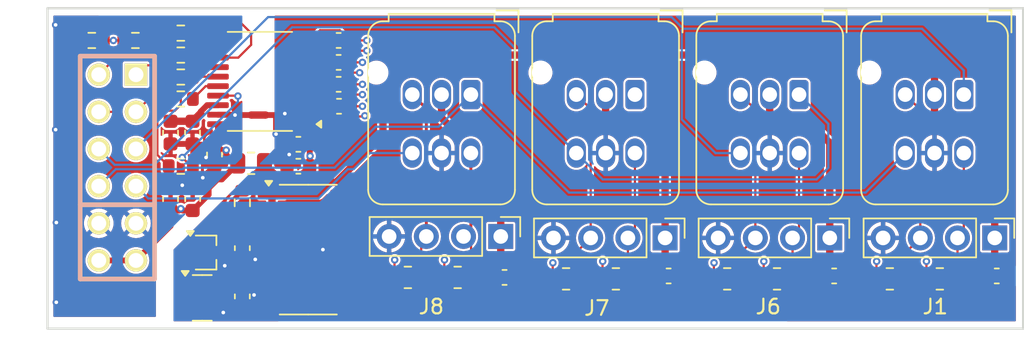
<source format=kicad_pcb>
(kicad_pcb (version 20240108) (generator "pcbnew") (generator_version "8.0")
  (title_block (comment 4 "AISLER Project ID: SOAKOEIL"))
  (layers (0 "F.Cu" signal) (1 "In1.Cu" signal) (2 "In2.Cu" signal) (31 "B.Cu" signal) (34 "B.Paste" user) (35 "F.Paste" user) (36 "B.SilkS" user "B.Silkscreen") (37 "F.SilkS" user "F.Silkscreen") (38 "B.Mask" user) (39 "F.Mask" user) (44 "Edge.Cuts" user))
  (net 0 "")
  (net 1 "GND")
  (net 2 "GNDA")
  (net 3 "+3V3")
  (net 4 "Net-(U1-CAP)")
  (net 5 "+3.3VA")
  (net 6 "Net-(U1-AIN0P)")
  (net 7 "Net-(U1-AIN0N)")
  (net 8 "Net-(U1-AIN1N)")
  (net 9 "Net-(U1-AIN1P)")
  (net 10 "Net-(U1-AIN2P)")
  (net 11 "Net-(U1-AIN2N)")
  (net 12 "Net-(U1-AIN3N)")
  (net 13 "Net-(U1-AIN3P)")
  (net 14 "/VREF")
  (net 15 "/VREF_0")
  (net 16 "/VREF_1")
  (net 17 "/VREF_2")
  (net 18 "/VREF_3")
  (net 19 "/AN0_N")
  (net 20 "/AN0_P")
  (net 21 "/AN1_N")
  (net 22 "/AN1_P")
  (net 23 "/AN2_N")
  (net 24 "/AN2_P")
  (net 25 "/AN3_N")
  (net 26 "/AN3_P")
  (net 27 "/IO_3")
  (net 28 "/IO_0")
  (net 29 "/IO_1")
  (net 30 "/IO_2")
  (net 31 "/MISO")
  (net 32 "/CS")
  (net 33 "/MOSI")
  (net 34 "/CLK")
  (net 35 "Net-(U1-~{CS})")
  (net 36 "Net-(U1-SCLK)")
  (net 37 "Net-(U1-DIN)")
  (net 38 "Net-(U1-DOUT)")
  (net 39 "Net-(U1-~{SYNC}{slash}~{RESET})")
  (net 40 "Net-(U1-CLKIN)")
  (net 41 "Net-(U1-~{DRDY})")
  (footprint "Connector_JST:JST_JWPF_B06B-JWPF-SK-R_2x03_P2.00mm_Vertical" (layer "F.Cu") (at 100.1 54.7 -90)
    (property "Reference" "J4" (hide yes))
    (property "Value" "Conn_02x03_Counter_Clockwise" (hide yes))
  )
  (footprint "Capacitor_SMD:C_0603_1608Metric" (layer "F.Cu") (at 79.875 51)
    (property "Reference" "C11" (hide yes))
    (property "Value" "100n" (hide yes))
  )
  (footprint "Capacitor_SMD:C_0603_1608Metric" (layer "F.Cu") (at 79.875 54)
    (property "Reference" "C9" (hide yes))
    (property "Value" "100n" (hide yes))
  )
  (footprint "Capacitor_SMD:C_0603_1608Metric" (layer "F.Cu") (at 68.4 57.3 90)
    (property "Reference" "C1" (hide yes))
    (property "Value" "100n" (hide yes))
  )
  (footprint "Package_SO:TSSOP-20_4.4x6.5mm_P0.65mm" (layer "F.Cu") (at 74.5 53.8 180)
    (property "Reference" "U1" (hide yes))
    (property "Value" "ADS131M04IPWR")
  )
  (footprint "Capacitor_SMD:C_0603_1608Metric" (layer "F.Cu") (at 113.7 67.1)
    (property "Reference" "C15" (hide yes))
    (property "Value" "100n" (hide yes))
  )
  (footprint "Capacitor_SMD:C_0603_1608Metric" (layer "F.Cu") (at 79.875 52.5 180)
    (property "Reference" "C10" (hide yes))
    (property "Value" "100n" (hide yes))
  )
  (footprint "Package_SO:SOIC-14_3.9x8.7mm_P1.27mm" (layer "F.Cu") (at 77.8 65.3)
    (property "Reference" "U2" (hide yes))
    (property "Value" "LM324")
  )
  (footprint "Resistor_SMD:R_0603_1608Metric" (layer "F.Cu") (at 63.025 51 180)
    (property "Reference" "R12" (hide yes))
    (property "Value" "9.1k" (hide yes))
  )
  (footprint "Resistor_SMD:R_0805_2012Metric" (layer "F.Cu") (at 98.8 67.3)
    (property "Reference" "FB7" (hide yes))
    (property "Value" "100@100M" (hide yes))
  )
  (footprint "Capacitor_SMD:C_0603_1608Metric" (layer "F.Cu") (at 77.125 59.6)
    (property "Reference" "C7" (hide yes))
    (property "Value" "100n" (hide yes))
  )
  (footprint "Capacitor_SMD:C_0603_1608Metric" (layer "F.Cu") (at 71.4 58.8 90)
    (property "Reference" "C4" (hide yes))
    (property "Value" "4.7u" (hide yes))
  )
  (footprint "Resistor_SMD:R_0805_2012Metric" (layer "F.Cu") (at 109.8 67.3)
    (property "Reference" "FB5" (hide yes))
    (property "Value" "100@100M" (hide yes))
  )
  (footprint "Resistor_SMD:R_0603_1608Metric" (layer "F.Cu") (at 69.1 59.6)
    (property "Reference" "R11" (hide yes))
    (property "Value" "0" (hide yes))
  )
  (footprint "Connector_PinHeader_2.54mm:PinHeader_1x04_P2.54mm_Vertical" (layer "F.Cu") (at 90.94 64.4 -90)
    (property "Reference" "J8")
    (property "Value" "Conn_01x03")
  )
  (footprint "NetTie:NetTie-2_SMD_Pad0.5mm" (layer "F.Cu") (at 74.4 56.1)
    (property "Reference" "NT1" (hide yes))
    (property "Value" "NetTie_2" (hide yes))
  )
  (footprint "Package_TO_SOT_SMD:SOT-323_SC-70" (layer "F.Cu") (at 70.8 65.5)
    (property "Reference" "U4" (hide yes))
    (property "Value" "LM4040DBZ-2.5" (hide yes))
  )
  (footprint "Resistor_SMD:R_0603_1608Metric" (layer "F.Cu") (at 69.1 50.5 180)
    (property "Reference" "R6" (hide yes))
    (property "Value" "10" (hide yes))
  )
  (footprint "Resistor_SMD:R_0805_2012Metric" (layer "F.Cu") (at 120.9125 67.3)
    (property "Reference" "FB3" (hide yes))
    (property "Value" "100@100M" (hide yes))
  )
  (footprint "Capacitor_SMD:C_0603_1608Metric" (layer "F.Cu") (at 124.8 67.1)
    (property "Reference" "C14" (hide yes))
    (property "Value" "100n" (hide yes))
  )
  (footprint "Resistor_SMD:R_0805_2012Metric" (layer "F.Cu") (at 106.4 67.3)
    (property "Reference" "FB4" (hide yes))
    (property "Value" "100@100M" (hide yes))
  )
  (footprint "Capacitor_SMD:C_0603_1608Metric" (layer "F.Cu") (at 69.91 61.85 -90)
    (property "Reference" "C5" (hide yes))
    (property "Value" "4.7u" (hide yes))
  )
  (footprint "Capacitor_SMD:C_0603_1608Metric" (layer "F.Cu") (at 73.3 65.2 90)
    (property "Reference" "C12" (hide yes))
    (property "Value" "100n" (hide yes))
  )
  (footprint "Capacitor_SMD:C_0603_1608Metric" (layer "F.Cu") (at 102.4 67.1)
    (property "Reference" "C16" (hide yes))
    (property "Value" "100n" (hide yes))
  )
  (footprint "Connector_JST:JST_JWPF_B06B-JWPF-SK-R_2x03_P2.00mm_Vertical" (layer "F.Cu") (at 88.9 54.7 -90)
    (property "Reference" "J5" (hide yes))
    (property "Value" "Conn_02x03_Counter_Clockwise" (hide yes))
  )
  (footprint "Package_TO_SOT_SMD:SOT-23" (layer "F.Cu") (at 70.5625 68.6)
    (property "Reference" "U3" (hide yes))
    (property "Value" "TL431DBZ" (hide yes))
  )
  (footprint "Connector_PinHeader_2.54mm:PinHeader_1x04_P2.54mm_Vertical" (layer "F.Cu") (at 102.16 64.5 -90)
    (property "Reference" "J7")
    (property "Value" "Conn_01x03")
  )
  (footprint "Resistor_SMD:R_0805_2012Metric" (layer "F.Cu") (at 95.4 67.3)
    (property "Reference" "FB6" (hide yes))
    (property "Value" "100@100M" (hide yes))
  )
  (footprint "Resistor_SMD:R_0603_1608Metric" (layer "F.Cu") (at 69.1 55 180)
    (property "Reference" "R8" (hide yes))
    (property "Value" "10" (hide yes))
  )
  (footprint "Capacitor_SMD:C_0603_1608Metric" (layer "F.Cu") (at 91.2 67.2)
    (property "Reference" "C17" (hide yes))
    (property "Value" "100n" (hide yes))
  )
  (footprint "Resistor_SMD:R_0603_1608Metric" (layer "F.Cu") (at 69.1 53.5 180)
    (property "Reference" "R9" (hide yes))
    (property "Value" "10" (hide yes))
  )
  (footprint "Resistor_SMD:R_0805_2012Metric" (layer "F.Cu") (at 84.6 67.2)
    (property "Reference" "FB8" (hide yes))
    (property "Value" "100@100M" (hide yes))
  )
  (footprint "Resistor_SMD:R_0603_1608Metric" (layer "F.Cu") (at 69.1 52 180)
    (property "Reference" "R7" (hide yes))
    (property "Value" "10" (hide yes))
  )
  (footprint "Capacitor_SMD:C_0603_1608Metric" (layer "F.Cu") (at 77.125 58.1)
    (property "Reference" "C2" (hide yes))
    (property "Value" "4.7u" (hide yes))
  )
  (footprint "Capacitor_SMD:C_0603_1608Metric" (layer "F.Cu") (at 68.4 61.85 -90)
    (property "Reference" "C6" (hide yes))
    (property "Value" "100n" (hide yes))
  )
  (footprint "Capacitor_SMD:C_0603_1608Metric" (layer "F.Cu") (at 79.9 55.5 180)
    (property "Reference" "C8" (hide yes))
    (property "Value" "100n" (hide yes))
  )
  (footprint "Capacitor_SMD:C_0603_1608Metric" (layer "F.Cu") (at 73.3 68.5 90)
    (property "Reference" "C13" (hide yes))
    (property "Value" "100n" (hide yes))
  )
  (footprint "Resistor_SMD:R_0603_1608Metric" (layer "F.Cu") (at 66 51)
    (property "Reference" "R10" (hide yes))
    (property "Value" "2.4k" (hide yes))
  )
  (footprint "Connector_PinHeader_2.54mm:PinHeader_1x04_P2.54mm_Vertical" (layer "F.Cu") (at 124.66 64.5 -90)
    (property "Reference" "J1")
    (property "Value" "Conn_01x03" (hide yes))
  )
  (footprint "Connector_PinHeader_2.54mm:PinHeader_1x04_P2.54mm_Vertical" (layer "F.Cu") (at 113.4 64.5 -90)
    (property "Reference" "J6")
    (property "Value" "Conn_01x03")
  )
  (footprint "Resistor_SMD:R_0805_2012Metric" (layer "F.Cu") (at 117.5 67.3)
    (property "Reference" "FB2" (hide yes))
    (property "Value" "100@100M" (hide yes))
  )
  (footprint "Resistor_SMD:R_0805_2012Metric" (layer "F.Cu") (at 73.9 59.4)
    (property "Reference" "FB1" (hide yes))
    (property "Value" "100@100M" (hide yes))
  )
  (footprint "Connector_JST:JST_JWPF_B06B-JWPF-SK-R_2x03_P2.00mm_Vertical" (layer "F.Cu") (at 111.3 54.7 -90)
    (property "Reference" "J3" (hide yes))
    (property "Value" "Conn_02x03_Counter_Clockwise" (hide yes))
  )
  (footprint "Resistor_SMD:R_0805_2012Metric" (layer "F.Cu") (at 88 67.2)
    (property "Reference" "FB9" (hide yes))
    (property "Value" "100@100M" (hide yes))
  )
  (footprint "Connector_JST:JST_JWPF_B06B-JWPF-SK-R_2x03_P2.00mm_Vertical" (layer "F.Cu") (at 122.55 54.7 -90)
    (property "Reference" "J2" (hide yes))
    (property "Value" "Conn_02x03_Counter_Clockwise" (hide yes))
  )
  (footprint "Resistor_SMD:R_0603_1608Metric" (layer "F.Cu") (at 73.3 62.1 90)
    (property "Reference" "R13" (hide yes))
    (property "Value" "2.4k" (hide yes))
  )
  (footprint "pmod-conn_6x2:pmod_pin_array_6x2" (layer "F.Cu") (at 64.77 59.69)
    (property "Reference" "PMOD1" (hide yes))
    (property "Value" "PMOD-Device-x2-Type-1A-GPIO" (hide yes))
  )
  (footprint "Capacitor_SMD:C_0603_1608Metric" (layer "F.Cu") (at 69.9 57.3 90)
    (property "Reference" "C3" (hide yes))
    (property "Value" "100n" (hide yes))
  )
  (gr_line (start 60 48.8) (end 126.6 48.8) (stroke (width 0.15)) (layer "Edge.Cuts"))
  (gr_line (start 60 70.7) (end 126.6 70.7) (stroke (width 0.15)) (layer "Edge.Cuts"))
  (gr_line (start 60 48.8) (end 60 70.7) (stroke (width 0.15)) (layer "Edge.Cuts"))
  (gr_line (start 126.6 70.7) (end 126.6 48.8) (stroke (width 0.15)) (layer "Edge.Cuts"))
  (segment (start 70.825 59) (end 71.4 59.575) (width 0.4) (layer "F.Cu") (net 1))
  (segment (start 69.025 61.075) (end 69.2 60.9) (width 0.4) (layer "F.Cu") (net 1))
  (segment (start 72.8 56.1) (end 73.9 56.1) (width 0.4) (layer "F.Cu") (net 1))
  (segment (start 70.6 60.385) (end 71.4 59.585) (width 0.4) (layer "F.Cu") (net 1))
  (segment (start 70.5 58.675) (end 69.9 58.075) (width 0.4) (layer "F.Cu") (net 1))
  (segment (start 71.4 59.585) (end 71.4 59.575) (width 0.4) (layer "F.Cu") (net 1))
  (segment (start 70.825 59) (end 70.5 58.675) (width 0.4) (layer "F.Cu") (net 1))
  (segment (start 71.6375 56.075) (end 72.775 56.075) (width 0.4) (layer "F.Cu") (net 1))
  (segment (start 72.8 56.1) (end 72.825 56.075) (width 0.4) (layer "F.Cu") (net 1))
  (segment (start 68.4 61.075) (end 69.025 61.075) (width 0.4) (layer "F.Cu") (net 1))
  (segment (start 68.4 58.075) (end 69.9 58.075) (width 0.4) (layer "F.Cu") (net 1))
  (segment (start 72.775 56.075) (end 72.8 56.1) (width 0.4) (layer "F.Cu") (net 1))
  (segment (start 69.375 61.075) (end 69.91 61.075) (width 0.4) (layer "F.Cu") (net 1))
  (segment (start 70.6 60.385) (end 69.91 61.075) (width 0.4) (layer "F.Cu") (net 1))
  (segment (start 69.2 60.9) (end 69.375 61.075) (width 0.4) (layer "F.Cu") (net 1))
  (via (at 60.5536 57.0992) (size 0.5) (drill 0.25) (layers "F.Cu" "B.Cu") (net 1))
  (via (at 60.6 68.9) (size 0.5) (drill 0.25) (layers "F.Cu" "B.Cu") (net 1))
  (via (at 60.6044 63.4492) (size 0.5) (drill 0.25) (layers "F.Cu" "B.Cu") (net 1))
  (via (at 72.8 56.1) (size 0.5) (drill 0.25) (layers "F.Cu" "B.Cu") (net 1))
  (via (at 70.6 60.385) (size 0.5) (drill 0.25) (layers "F.Cu" "B.Cu") (net 1))
  (via (at 70.825 59) (size 0.5) (drill 0.25) (layers "F.Cu" "B.Cu") (net 1))
  (via (at 69.2 60.9) (size 0.5) (drill 0.25) (layers "F.Cu" "B.Cu") (net 1))
  (via (at 60.5536 49.9364) (size 0.5) (drill 0.25) (layers "F.Cu" "B.Cu") (net 1))
  (segment (start 76.35 58.95) (end 76.5 58.8) (width 0.4) (layer "F.Cu") (net 2))
  (segment (start 76.2 56) (end 76.125 56.075) (width 0.4) (layer "F.Cu") (net 2))
  (segment (start 75.6 57.35) (end 75.6 57.35) (width 0.4) (layer "F.Cu") (net 2))
  (segment (start 75.6 56.1) (end 75.6 57.35) (width 0.4) (layer "F.Cu") (net 2))
  (segment (start 75.6 57.35) (end 75.6 57.4) (width 0.4) (layer "F.Cu") (net 2))
  (segment (start 73.3 65.975) (end 74.178248 65.975) (width 0.15) (layer "F.Cu") (net 2))
  (segment (start 72.325 69.275) (end 72 69.6) (width 0.15) (layer "F.Cu") (net 2))
  (segment (start 76.35 58.65) (end 76.35 58.1) (width 0.4) (layer "F.Cu") (net 2))
  (segment (start 80.275 65.3) (end 78.8 65.3) (width 0.5) (layer "F.Cu") (net 2))
  (segment (start 73.3 69.275) (end 73.3 69.2) (width 0.15) (layer "F.Cu") (net 2))
  (segment (start 73.3 65.975) (end 72.525 65.975) (width 0.15) (layer "F.Cu") (net 2))
  (segment (start 75.65 57.4) (end 76.35 58.1) (width 0.4) (layer "F.Cu") (net 2))
  (segment (start 75.625 56.075) (end 75.6 56.1) (width 0.4) (layer "F.Cu") (net 2))
  (segment (start 76.275 56.075) (end 76.2 56) (width 0.4) (layer "F.Cu") (net 2))
  (segment (start 76.125 56.075) (end 75.625 56.075) (width 0.4) (layer "F.Cu") (net 2))
  (segment (start 73.3 69.275) (end 72.325 69.275) (width 0.15) (layer "F.Cu") (net 2))
  (segment (start 72.525 65.975) (end 72.1 66.4) (width 0.15) (layer "F.Cu") (net 2))
  (segment (start 74.178248 65.975) (end 74.182746 65.970502) (width 0.15) (layer "F.Cu") (net 2))
  (segment (start 75.6 56.1) (end 74.9 56.1) (width 0.4) (layer "F.Cu") (net 2))
  (segment (start 76.35 59.6) (end 76.35 58.95) (width 0.4) (layer "F.Cu") (net 2))
  (segment (start 75.6 57.4) (end 75.65 57.4) (width 0.4) (layer "F.Cu") (net 2))
  (segment (start 73.3 69.2) (end 74.1 68.4) (width 0.15) (layer "F.Cu") (net 2))
  (segment (start 77.3625 56.075) (end 76.275 56.075) (width 0.4) (layer "F.Cu") (net 2))
  (segment (start 76.5 58.8) (end 76.35 58.65) (width 0.4) (layer "F.Cu") (net 2))
  (via (at 76.5 58.8) (size 0.5) (drill 0.25) (layers "F.Cu" "B.Cu") (net 2))
  (via (at 74.182746 65.970502) (size 0.5) (drill 0.25) (layers "F.Cu" "B.Cu") (net 2))
  (via (at 75.6 57.4) (size 0.5) (drill 0.25) (layers "F.Cu" "B.Cu") (net 2))
  (via (at 76.2 56) (size 0.5) (drill 0.25) (layers "F.Cu" "B.Cu") (net 2))
  (via (at 72 69.6) (size 0.5) (drill 0.25) (layers "F.Cu" "B.Cu") (net 2))
  (via (at 72.1 66.4) (size 0.5) (drill 0.25) (layers "F.Cu" "B.Cu") (net 2))
  (via (at 74.1 68.4) (size 0.5) (drill 0.25) (layers "F.Cu" "B.Cu") (net 2))
  (via (at 78.8 65.3) (size 0.5) (drill 0.25) (layers "F.Cu" "B.Cu") (net 2))
  (segment (start 68.975 62.625) (end 69.1 62.5) (width 0.4) (layer "F.Cu") (net 3))
  (segment (start 69.225 62.625) (end 69.91 62.625) (width 0.4) (layer "F.Cu") (net 3))
  (segment (start 71.6375 56.725) (end 71.6375 57.7875) (width 0.4) (layer "F.Cu") (net 3))
  (segment (start 63.5 66.04) (end 66.04 66.04) (width 0.4) (layer "F.Cu") (net 3))
  (segment (start 72.2 58.825) (end 72.2 58.5) (width 0.4) (layer "F.Cu") (net 3))
  (segment (start 71.875 58.5) (end 71.4 58.025) (width 0.4) (layer "F.Cu") (net 3))
  (segment (start 65.175 51) (end 63.85 51) (width 0.15) (layer "F.Cu") (net 3))
  (segment (start 71.9 60.5) (end 72.9875 59.4125) (width 0.4) (layer "F.Cu") (net 3))
  (segment (start 71 61.1) (end 71.6 60.5) (width 0.4) (layer "F.Cu") (net 3))
  (segment (start 72.9875 59.4) (end 72.775 59.4) (width 0.4) (layer "F.Cu") (net 3))
  (segment (start 72.2 58.5) (end 71.875 58.5) (width 0.4) (layer "F.Cu") (net 3))
  (segment (start 72.775 59.4) (end 72.2 58.825) (width 0.4) (layer "F.Cu") (net 3))
  (segment (start 66.04 66.04) (end 68.4 63.68) (width 0.4) (layer "F.Cu") (net 3))
  (segment (start 69.91 62.625) (end 71 61.535) (width 0.4) (layer "F.Cu") (net 3))
  (segment (start 69.1 62.5) (end 69.225 62.625) (width 0.4) (layer "F.Cu") (net 3))
  (segment (start 71.6 60.5) (end 71.9 60.5) (width 0.4) (layer "F.Cu") (net 3))
  (segment (start 71 61.535) (end 71 61.1) (width 0.4) (layer "F.Cu") (net 3))
  (segment (start 71.6375 57.7875) (end 71.4 58.025) (width 0.4) (layer "F.Cu") (net 3))
  (segment (start 68.4 63.68) (end 68.4 62.625) (width 0.4) (layer "F.Cu") (net 3))
  (segment (start 72.9875 59.4125) (end 72.9875 59.4) (width 0.4) (layer "F.Cu") (net 3))
  (segment (start 68.4 62.625) (end 68.975 62.625) (width 0.4) (layer "F.Cu") (net 3))
  (via (at 64.5 51) (size 0.5) (drill 0.25) (layers "F.Cu" "B.Cu") (net 3))
  (via (at 69.1 62.5) (size 0.5) (drill 0.25) (layers "F.Cu" "B.Cu") (net 3))
  (via (at 72.2 58.5) (size 0.5) (drill 0.25) (layers "F.Cu" "B.Cu") (net 3))
  (segment (start 71.6375 55.425) (end 70.900001 55.425) (width 0.4) (layer "F.Cu") (net 4))
  (segment (start 70.4625 55.862501) (end 70.4625 55.9625) (width 0.4) (layer "F.Cu") (net 4))
  (segment (start 68.4 56.525) (end 69.9 56.525) (width 0.5) (layer "F.Cu") (net 4))
  (segment (start 70.900001 55.425) (end 70.4625 55.862501) (width 0.4) (layer "F.Cu") (net 4))
  (segment (start 69.9 56.525) (end 70.4625 55.9625) (width 0.5) (layer "F.Cu") (net 4))
  (segment (start 77.9 58.925) (end 77.925 58.9) (width 0.4) (layer "F.Cu") (net 5))
  (segment (start 74.8125 59.4) (end 75.8375 60.425) (width 0.4) (layer "F.Cu") (net 5))
  (segment (start 72.525 63.65) (end 72.525 62.05) (width 0.3) (layer "F.Cu") (net 5))
  (segment (start 74.175 65.3) (end 75.325 65.3) (width 0.5) (layer "F.Cu") (net 5))
  (segment (start 72.525 62.05) (end 73.3 61.275) (width 0.3) (layer "F.Cu") (net 5))
  (segment (start 73.3 64.425) (end 72.525 63.65) (width 0.3) (layer "F.Cu") (net 5))
  (segment (start 73.3 60.9125) (end 74.8125 59.4) (width 0.3) (layer "F.Cu") (net 5))
  (segment (start 73.3 64.425) (end 74.175 65.3) (width 0.5) (layer "F.Cu") (net 5))
  (segment (start 75.8375 60.425) (end 77.075 60.425) (width 0.4) (layer "F.Cu") (net 5))
  (segment (start 77.9 58.875) (end 77.925 58.9) (width 0.4) (layer "F.Cu") (net 5))
  (segment (start 77.9 58.1) (end 77.9 58.875) (width 0.4) (layer "F.Cu") (net 5))
  (segment (start 77.075 60.425) (end 77.9 59.6) (width 0.4) (layer "F.Cu") (net 5))
  (segment (start 77.9 59.6) (end 77.9 58.925) (width 0.4) (layer "F.Cu") (net 5))
  (segment (start 77.9 58.1) (end 77.9 57.2625) (width 0.4) (layer "F.Cu") (net 5))
  (segment (start 77.9 57.2625) (end 77.3625 56.725) (width 0.4) (layer "F.Cu") (net 5))
  (segment (start 73.3 61.275) (end 73.3 60.9125) (width 0.3) (layer "F.Cu") (net 5))
  (via (at 77.925 58.9) (size 0.5) (drill 0.25) (layers "F.Cu" "B.Cu") (net 5))
  (segment (start 79.825 56.2) (end 81.613174 56.2) (width 0.15) (layer "F.Cu") (net 6))
  (segment (start 79.05 55.425) (end 79.125 55.5) (width 0.15) (layer "F.Cu") (net 6))
  (segment (start 79.125 55.5) (end 79.825 56.2) (width 0.15) (layer "F.Cu") (net 6))
  (segment (start 77.3625 55.425) (end 79.05 55.425) (width 0.15) (layer "F.Cu") (net 6))
  (segment (start 120 67.3) (end 120 66.1) (width 0.15) (layer "F.Cu") (net 6))
  (segment (start 81.613174 56.2) (end 81.663174 56.15) (width 0.15) (layer "F.Cu") (net 6))
  (via (at 81.663174 56.15) (size 0.5) (drill 0.25) (layers "F.Cu" "B.Cu") (net 6))
  (via (at 120 66.1) (size 0.5) (drill 0.25) (layers "F.Cu" "B.Cu") (net 6))
  (segment (start 79.883106 54.775) (end 80.608106 55.5) (width 0.15) (layer "F.Cu") (net 7))
  (segment (start 77.3625 54.775) (end 79.883106 54.775) (width 0.15) (layer "F.Cu") (net 7))
  (segment (start 116.5875 66.1125) (end 116.6 66.1) (width 0.15) (layer "F.Cu") (net 7))
  (segment (start 80.608106 55.5) (end 80.675 55.5) (width 0.15) (layer "F.Cu") (net 7))
  (segment (start 116.5875 67.3) (end 116.5875 66.1125) (width 0.15) (layer "F.Cu") (net 7))
  (segment (start 80.675 55.5) (end 81.5 55.5) (width 0.15) (layer "F.Cu") (net 7))
  (via (at 116.6 66.1) (size 0.5) (drill 0.25) (layers "F.Cu" "B.Cu") (net 7))
  (via (at 81.5 55.5) (size 0.5) (drill 0.25) (layers "F.Cu" "B.Cu") (net 7))
  (segment (start 105.4875 66.2125) (end 105.5 66.2) (width 0.15) (layer "F.Cu") (net 8))
  (segment (start 79.1 54) (end 79.53237 54) (width 0.15) (layer "F.Cu") (net 8))
  (segment (start 78.975 54.125) (end 79.1 54) (width 0.15) (layer "F.Cu") (net 8))
  (segment (start 77.3625 54.125) (end 78.975 54.125) (width 0.15) (layer "F.Cu") (net 8))
  (segment (start 80.23237 54.7) (end 81.5 54.7) (width 0.15) (layer "F.Cu") (net 8))
  (segment (start 79.53237 54) (end 80.23237 54.7) (width 0.15) (layer "F.Cu") (net 8))
  (segment (start 105.4875 67.3) (end 105.4875 66.2125) (width 0.15) (layer "F.Cu") (net 8))
  (via (at 105.5 66.2) (size 0.5) (drill 0.25) (layers "F.Cu" "B.Cu") (net 8))
  (via (at 81.5 54.7) (size 0.5) (drill 0.25) (layers "F.Cu" "B.Cu") (net 8))
  (segment (start 80.65 54) (end 81.5 54) (width 0.15) (layer "F.Cu") (net 9))
  (segment (start 79.808106 53.2) (end 80.608106 54) (width 0.15) (layer "F.Cu") (net 9))
  (segment (start 78.225 53.475) (end 78.5 53.2) (width 0.15) (layer "F.Cu") (net 9))
  (segment (start 108.8875 66.1125) (end 108.9 66.1) (width 0.15) (layer "F.Cu") (net 9))
  (segment (start 80.608106 54) (end 80.65 54) (width 0.15) (layer "F.Cu") (net 9))
  (segment (start 77.3625 53.475) (end 78.225 53.475) (width 0.15) (layer "F.Cu") (net 9))
  (segment (start 108.8875 67.3) (end 108.8875 66.1125) (width 0.15) (layer "F.Cu") (net 9))
  (segment (start 78.5 53.2) (end 79.808106 53.2) (width 0.15) (layer "F.Cu") (net 9))
  (via (at 108.9 66.1) (size 0.5) (drill 0.25) (layers "F.Cu" "B.Cu") (net 9))
  (via (at 81.5 54) (size 0.5) (drill 0.25) (layers "F.Cu" "B.Cu") (net 9))
  (segment (start 79.1 52.5) (end 79.53237 52.5) (width 0.15) (layer "F.Cu") (net 10))
  (segment (start 97.8875 66.1125) (end 97.9 66.1) (width 0.15) (layer "F.Cu") (net 10))
  (segment (start 77.3625 52.825) (end 78.775 52.825) (width 0.15) (layer "F.Cu") (net 10))
  (segment (start 80.23237 53.2) (end 81.314536 53.2) (width 0.15) (layer "F.Cu") (net 10))
  (segment (start 81.314536 53.2) (end 81.306938 53.207598) (width 0.15) (layer "F.Cu") (net 10))
  (segment (start 78.775 52.825) (end 79.1 52.5) (width 0.15) (layer "F.Cu") (net 10))
  (segment (start 97.8875 67.3) (end 97.8875 66.1125) (width 0.15) (layer "F.Cu") (net 10))
  (segment (start 79.53237 52.5) (end 80.23237 53.2) (width 0.15) (layer "F.Cu") (net 10))
  (via (at 81.306938 53.207598) (size 0.5) (drill 0.25) (layers "F.Cu" "B.Cu") (net 10))
  (via (at 97.9 66.1) (size 0.5) (drill 0.25) (layers "F.Cu" "B.Cu") (net 10))
  (segment (start 80.65 52.5) (end 81.5 52.5) (width 0.15) (layer "F.Cu") (net 11))
  (segment (start 79.51763 51.8) (end 80.21763 52.5) (width 0.15) (layer "F.Cu") (net 11))
  (segment (start 94.4875 67.3) (end 94.4875 66.2125) (width 0.15) (layer "F.Cu") (net 11))
  (segment (start 77.3625 52.175) (end 78.30737 52.175) (width 0.15) (layer "F.Cu") (net 11))
  (segment (start 78.68237 51.8) (end 79.51763 51.8) (width 0.15) (layer "F.Cu") (net 11))
  (segment (start 78.30737 52.175) (end 78.68237 51.8) (width 0.15) (layer "F.Cu") (net 11))
  (segment (start 94.4875 66.2125) (end 94.5 66.2) (width 0.15) (layer "F.Cu") (net 11))
  (segment (start 80.21763 52.5) (end 80.65 52.5) (width 0.15) (layer "F.Cu") (net 11))
  (via (at 81.5 52.5) (size 0.5) (drill 0.25) (layers "F.Cu" "B.Cu") (net 11))
  (via (at 94.5 66.2) (size 0.5) (drill 0.25) (layers "F.Cu" "B.Cu") (net 11))
  (segment (start 78.624999 51) (end 79.1 51) (width 0.15) (layer "F.Cu") (net 12))
  (segment (start 83.6875 67.2) (end 83.6875 66.0125) (width 0.15) (layer "F.Cu") (net 12))
  (segment (start 79.141894 51) (end 79.841894 51.7) (width 0.15) (layer "F.Cu") (net 12))
  (segment (start 79.1 51) (end 79.141894 51) (width 0.15) (layer "F.Cu") (net 12))
  (segment (start 77.3625 51.525) (end 78.099999 51.525) (width 0.15) (layer "F.Cu") (net 12))
  (segment (start 79.841894 51.7) (end 81.8 51.7) (width 0.15) (layer "F.Cu") (net 12))
  (segment (start 83.6875 66.0125) (end 83.7 66) (width 0.15) (layer "F.Cu") (net 12))
  (segment (start 78.099999 51.525) (end 78.624999 51) (width 0.15) (layer "F.Cu") (net 12))
  (via (at 83.7 66) (size 0.5) (drill 0.25) (layers "F.Cu" "B.Cu") (net 12))
  (via (at 81.8 51.7) (size 0.5) (drill 0.25) (layers "F.Cu" "B.Cu") (net 12))
  (segment (start 78.6 50.3) (end 79.95 50.3) (width 0.15) (layer "F.Cu") (net 13))
  (segment (start 77.3625 50.875) (end 78.025 50.875) (width 0.15) (layer "F.Cu") (net 13))
  (segment (start 87.0875 66.0125) (end 87.1 66) (width 0.15) (layer "F.Cu") (net 13))
  (segment (start 87.0875 67.2) (end 87.0875 66.0125) (width 0.15) (layer "F.Cu") (net 13))
  (segment (start 78.025 50.875) (end 78.6 50.3) (width 0.15) (layer "F.Cu") (net 13))
  (segment (start 80.65 51) (end 81.8 51) (width 0.15) (layer "F.Cu") (net 13))
  (segment (start 79.95 50.3) (end 80.65 51) (width 0.15) (layer "F.Cu") (net 13))
  (via (at 87.1 66) (size 0.5) (drill 0.25) (layers "F.Cu" "B.Cu") (net 13))
  (via (at 81.8 51) (size 0.5) (drill 0.25) (layers "F.Cu" "B.Cu") (net 13))
  (segment (start 73.325 62.925) (end 73.3 62.925) (width 0.2) (layer "F.Cu") (net 14))
  (segment (start 74.43 64.03) (end 73.325 62.925) (width 0.2) (layer "F.Cu") (net 14))
  (segment (start 69.625 67.65) (end 69 67.025) (width 0.3) (layer "F.Cu") (net 14))
  (segment (start 73.225 67.65) (end 73.3 67.725) (width 0.3) (layer "F.Cu") (net 14))
  (segment (start 69.625 67.65) (end 73.225 67.65) (width 0.3) (layer "F.Cu") (net 14))
  (segment (start 69.625 69.55) (end 69.625 67.65) (width 0.3) (layer "F.Cu") (net 14))
  (segment (start 75.325 64.03) (end 74.43 64.03) (width 0.2) (layer "F.Cu") (net 14))
  (segment (start 77.8 66.57) (end 77.8 65) (width 0.2) (layer "F.Cu") (net 14))
  (segment (start 69 67.025) (end 69 65.65) (width 0.3) (layer "F.Cu") (net 14))
  (segment (start 69 65.65) (end 69.8 64.85) (width 0.3) (layer "F.Cu") (net 14))
  (segment (start 74.455 66.57) (end 75.325 66.57) (width 0.2) (layer "F.Cu") (net 14))
  (segment (start 75.325 66.57) (end 77.8 66.57) (width 0.2) (layer "F.Cu") (net 14))
  (segment (start 78.77 64.03) (end 80.275 64.03) (width 0.2) (layer "F.Cu") (net 14))
  (segment (start 75.325 64.03) (end 76.83 64.03) (width 0.2) (layer "F.Cu") (net 14))
  (segment (start 76.83 64.03) (end 77.8 65) (width 0.2) (layer "F.Cu") (net 14))
  (segment (start 73.3 67.725) (end 74.455 66.57) (width 0.2) (layer "F.Cu") (net 14))
  (segment (start 77.8 65) (end 78.77 64.03) (width 0.2) (layer "F.Cu") (net 14))
  (segment (start 77.8 66.57) (end 80.275 66.57) (width 0.2) (layer "F.Cu") (net 14))
  (segment (start 121.3 56.8) (end 123.5 56.8) (width 0.5) (layer "F.Cu") (net 15))
  (segment (start 82.9 55.7) (end 83.525 55.075) (width 0.5) (layer "F.Cu") (net 15))
  (segment (start 83.525 52.975) (end 84.5 52) (width 0.5) (layer "F.Cu") (net 15))
  (segment (start 78.518026 61.49) (end 79.308026 60.7) (width 0.5) (layer "F.Cu") (net 15))
  (segment (start 124.66 64.5) (end 124.66 66.465) (width 0.5) (layer "F.Cu") (net 15))
  (segment (start 83.525 55.075) (end 83.525 52.975) (width 0.5) (layer "F.Cu") (net 15))
  (segment (start 123.5 56.8) (end 124.66 57.96) (width 0.5) (layer "F.Cu") (net 15))
  (segment (start 120.55 54.7) (end 120.55 56.05) (width 0.5) (layer "F.Cu") (net 15))
  (segment (start 84.5 52) (end 119.4 52) (width 0.5) (layer "F.Cu") (net 15))
  (segment (start 75.325 61.49) (end 78.518026 61.49) (width 0.5) (layer "F.Cu") (net 15))
  (segment (start 75.325 61.49) (end 75.325 62.76) (width 0.5) (layer "F.Cu") (net 15))
  (segment (start 120.55 56.05) (end 121.3 56.8) (width 0.5) (layer "F.Cu") (net 15))
  (segment (start 82.9 57.5) (end 82.9 55.7) (width 0.5) (layer "F.Cu") (net 15))
  (segment (start 79.7 60.7) (end 82.9 57.5) (width 0.5) (layer "F.Cu") (net 15))
  (segment (start 124.66 66.465) (end 124.025 67.1) (width 0.5) (layer "F.Cu") (net 15))
  (segment (start 124.66 57.96) (end 124.66 64.5) (width 0.5) (layer "F.Cu") (net 15))
  (segment (start 120.55 53.15) (end 120.55 54.7) (width 0.5) (layer "F.Cu") (net 15))
  (segment (start 79.308026 60.7) (end 79.7 60.7) (width 0.5) (layer "F.Cu") (net 15))
  (segment (start 119.4 52) (end 120.55 53.15) (width 0.5) (layer "F.Cu") (net 15))
  (segment (start 76.025 69.81) (end 110.215 69.81) (width 0.5) (layer "F.Cu") (net 16))
  (segment (start 112.1 56.7) (end 113.4 58) (width 0.5) (layer "F.Cu") (net 16))
  (segment (start 109.3 56.3) (end 109.7 56.7) (width 0.5) (layer "F.Cu") (net 16))
  (segment (start 109.3 54.7) (end 109.3 56.3) (width 0.5) (layer "F.Cu") (net 16))
  (segment (start 110.215 69.81) (end 112.925 67.1) (width 0.5) (layer "F.Cu") (net 16))
  (segment (start 113.4 58) (end 113.4 64.5) (width 0.5) (layer "F.Cu") (net 16))
  (segment (start 109.7 56.7) (end 112.1 56.7) (width 0.5) (layer "F.Cu") (net 16))
  (segment (start 113.4 64.5) (end 113.4 66.625) (width 0.5) (layer "F.Cu") (net 16))
  (segment (start 75.325 69.11) (end 76.025 69.81) (width 0.5) (layer "F.Cu") (net 16))
  (segment (start 113.4 66.625) (end 112.925 67.1) (width 0.5) (layer "F.Cu") (net 16))
  (segment (start 75.325 69.11) (end 75.325 67.84) (width 0.5) (layer "F.Cu") (net 16))
  (segment (start 80.275 69.11) (end 99.615 69.11) (width 0.5) (layer "F.Cu") (net 17))
  (segment (start 102.16 64.5) (end 102.16 66.565) (width 0.5) (layer "F.Cu") (net 17))
  (segment (start 102.16 66.565) (end 101.625 67.1) (width 0.5) (layer "F.Cu") (net 17))
  (segment (start 101.2 56.8) (end 102.16 57.76) (width 0.5) (layer "F.Cu") (net 17))
  (segment (start 98.1 56.2) (end 98.7 56.8) (width 0.5) (layer "F.Cu") (net 17))
  (segment (start 80.275 69.11) (end 80.275 67.84) (width 0.5) (layer "F.Cu") (net 17))
  (segment (start 98.7 56.8) (end 101.2 56.8) (width 0.5) (layer "F.Cu") (net 17))
  (segment (start 102.16 57.76) (end 102.16 64.5) (width 0.5) (layer "F.Cu") (net 17))
  (segment (start 99.615 69.11) (end 101.625 67.1) (width 0.5) (layer "F.Cu") (net 17))
  (segment (start 98.1 54.7) (end 98.1 56.2) (width 0.5) (layer "F.Cu") (net 17))
  (segment (start 90.94 58.34) (end 89.4 56.8) (width 0.5) (layer "F.Cu") (net 18))
  (segment (start 81.8 66.980762) (end 83.279238 68.46) (width 0.5) (layer "F.Cu") (net 18))
  (segment (start 83.279238 68.46) (end 89.64 68.46) (width 0.5) (layer "F.Cu") (net 18))
  (segment (start 89.4 56.8) (end 87.4 56.8) (width 0.5) (layer "F.Cu") (net 18))
  (segment (start 81.8 63.310001) (end 81.8 66.980762) (width 0.5) (layer "F.Cu") (net 18))
  (segment (start 80.275 62.76) (end 81.249999 62.76) (width 0.5) (layer "F.Cu") (net 18))
  (segment (start 90.94 64.4) (end 90.94 66.685) (width 0.5) (layer "F.Cu") (net 18))
  (segment (start 90.425 67.675) (end 90.425 67.2) (width 0.5) (layer "F.Cu") (net 18))
  (segment (start 87.4 56.8) (end 86.9 56.3) (width 0.5) (layer "F.Cu") (net 18))
  (segment (start 86.9 56.3) (end 86.9 54.7) (width 0.5) (layer "F.Cu") (net 18))
  (segment (start 89.64 68.46) (end 90.425 67.675) (width 0.5) (layer "F.Cu") (net 18))
  (segment (start 90.94 64.4) (end 90.94 58.34) (width 0.5) (layer "F.Cu") (net 18))
  (segment (start 81.249999 62.76) (end 81.8 63.310001) (width 0.5) (layer "F.Cu") (net 18))
  (segment (start 80.275 62.76) (end 80.275 61.49) (width 0.5) (layer "F.Cu") (net 18))
  (segment (start 90.94 66.685) (end 90.425 67.2) (width 0.5) (layer "F.Cu") (net 18))
  (segment (start 118.45625 67.25625) (end 118.45625 65.62375) (width 0.15) (layer "F.Cu") (net 19))
  (segment (start 118.4125 67.3) (end 118.45625 67.25625) (width 0.15) (layer "F.Cu") (net 19))
  (segment (start 118.55 54.7) (end 119.58 55.73) (width 0.15) (layer "F.Cu") (net 19))
  (segment (start 118.45625 65.62375) (end 119.58 64.5) (width 0.15) (layer "F.Cu") (net 19))
  (segment (start 119.58 55.73) (end 119.58 64.5) (width 0.15) (layer "F.Cu") (net 19))
  (segment (start 122.55 64.07) (end 122.12 64.5) (width 0.15) (layer "F.Cu") (net 20))
  (segment (start 122.12 64.5) (end 122.12 67.005) (width 0.15) (layer "F.Cu") (net 20))
  (segment (start 122.55 58.7) (end 122.55 64.07) (width 0.15) (layer "F.Cu") (net 20))
  (segment (start 122.12 67.005) (end 121.825 67.3) (width 0.15) (layer "F.Cu") (net 20))
  (segment (start 107.3 54.7) (end 108.32 55.72) (width 0.15) (layer "F.Cu") (net 21))
  (segment (start 108.32 55.72) (end 108.32 64.5) (width 0.15) (layer "F.Cu") (net 21))
  (segment (start 107.3125 65.5075) (end 108.32 64.5) (width 0.15) (layer "F.Cu") (net 21))
  (segment (start 107.3125 67.3) (end 107.3125 65.5075) (width 0.15) (layer "F.Cu") (net 21))
  (segment (start 110.86 67.1525) (end 110.7125 67.3) (width 0.15) (layer "F.Cu") (net 22))
  (segment (start 111.3 58.7) (end 111.3 64.06) (width 0.15) (layer "F.Cu") (net 22))
  (segment (start 111.3 64.06) (end 110.86 64.5) (width 0.15) (layer "F.Cu") (net 22))
  (segment (start 110.86 64.5) (end 110.86 67.1525) (width 0.15) (layer "F.Cu") (net 22))
  (segment (start 97.08 55.68) (end 97.08 64.5) (width 0.15) (layer "F.Cu") (net 23))
  (segment (start 96.3125 65.2675) (end 97.08 64.5) (width 0.15) (layer "F.Cu") (net 23))
  (segment (start 96.1 54.7) (end 97.08 55.68) (width 0.15) (layer "F.Cu") (net 23))
  (segment (start 96.3125 67.3) (end 96.3125 65.2675) (width 0.15) (layer "F.Cu") (net 23))
  (segment (start 100.1 64.02) (end 99.62 64.5) (width 0.15) (layer "F.Cu") (net 24))
  (segment (start 100.1 58.7) (end 100.1 64.02) (width 0.15) (layer "F.Cu") (net 24))
  (segment (start 99.62 64.5) (end 99.62 67.2075) (width 0.15) (layer "F.Cu") (net 24))
  (segment (start 99.62 67.2075) (end 99.7125 67.3) (width 0.15) (layer "F.Cu") (net 24))
  (segment (start 85.86 64.4) (end 85.86 55.66) (width 0.2) (layer "F.Cu") (net 25))
  (segment (start 85.86 55.66) (end 84.9 54.7) (width 0.2) (layer "F.Cu") (net 25))
  (segment (start 85.5125 64.7475) (end 85.86 64.4) (width 0.15) (layer "F.Cu") (net 25))
  (segment (start 85.5125 67.2) (end 85.5125 64.7475) (width 0.15) (layer "F.Cu") (net 25))
  (segment (start 88.9125 67.2) (end 88.9125 64.9125) (width 0.15) (layer "F.Cu") (net 26))
  (segment (start 88.9125 64.9125) (end 88.4 64.4) (width 0.15) (layer "F.Cu") (net 26))
  (segment (start 88.9 58.7) (end 88.9 63.9) (width 0.2) (layer "F.Cu") (net 26))
  (segment (start 88.9 63.9) (end 88.4 64.4) (width 0.2) (layer "F.Cu") (net 26))
  (segment (start 82.4 56.9) (end 86.7 56.9) (width 0.15) (layer "B.Cu") (net 27))
  (segment (start 63.5 60.96) (end 64.66 59.8) (width 0.15) (layer "B.Cu") (net 27))
  (segment (start 64.66 59.8) (end 69.224264 59.8) (width 0.15) (layer "B.Cu") (net 27))
  (segment (start 95.6 61.4) (end 115.85 61.4) (width 0.15) (layer "B.Cu") (net 27))
  (segment (start 86.7 56.9) (end 88.9 54.7) (width 0.15) (layer "B.Cu") (net 27))
  (segment (start 69.224264 59.8) (end 69.324264 59.7) (width 0.15) (layer "B.Cu") (net 27))
  (segment (start 69.324264 59.7) (end 79.6 59.7) (width 0.15) (layer "B.Cu") (net 27))
  (segment (start 115.85 61.4) (end 118.55 58.7) (width 0.15) (layer "B.Cu") (net 27))
  (segment (start 79.6 59.7) (end 82.4 56.9) (width 0.15) (layer "B.Cu") (net 27))
  (segment (start 88.9 54.7) (end 95.6 61.4) (width 0.15) (layer "B.Cu") (net 27))
  (segment (start 75.06 49.4) (end 102.6 49.4) (width 0.15) (layer "B.Cu") (net 28))
  (segment (start 105.6 58.7) (end 103.3 56.4) (width 0.15) (layer "B.Cu") (net 28))
  (segment (start 103.4 50.2) (end 119.7 50.2) (width 0.15) (layer "B.Cu") (net 28))
  (segment (start 122.55 53.05) (end 119.7 50.2) (width 0.15) (layer "B.Cu") (net 28))
  (segment (start 103.3 56.4) (end 103.3 50.3) (width 0.15) (layer "B.Cu") (net 28))
  (segment (start 102.6 49.4) (end 103.4 50.2) (width 0.15) (layer "B.Cu") (net 28))
  (segment (start 107.3 58.7) (end 105.6 58.7) (width 0.15) (layer "B.Cu") (net 28))
  (segment (start 66.04 58.42) (end 75.06 49.4) (width 0.15) (layer "B.Cu") (net 28))
  (segment (start 103.3 50.3) (end 103.4 50.2) (width 0.15) (layer "B.Cu") (net 28))
  (segment (start 122.55 54.7) (end 122.55 53.05) (width 0.15) (layer "B.Cu") (net 28))
  (segment (start 63.5 58.42) (end 64.58 59.5) (width 0.15) (layer "B.Cu") (net 29))
  (segment (start 91.9 51.5) (end 91.9 54.5) (width 0.15) (layer "B.Cu") (net 29))
  (segment (start 64.58 59.5) (end 67.3 59.5) (width 0.15) (layer "B.Cu") (net 29))
  (segment (start 112.5 60.5) (end 113.3 59.7) (width 0.15) (layer "B.Cu") (net 29))
  (segment (start 97.9 60.5) (end 112.5 60.5) (width 0.15) (layer "B.Cu") (net 29))
  (segment (start 76.7 50.1) (end 90.5 50.1) (width 0.15) (layer "B.Cu") (net 29))
  (segment (start 113.3 56.7) (end 111.3 54.7) (width 0.15) (layer "B.Cu") (net 29))
  (segment (start 96.1 58.7) (end 97.9 60.5) (width 0.15) (layer "B.Cu") (net 29))
  (segment (start 91.9 54.5) (end 96.1 58.7) (width 0.15) (layer "B.Cu") (net 29))
  (segment (start 90.5 50.1) (end 91.9 51.5) (width 0.15) (layer "B.Cu") (net 29))
  (segment (start 67.3 59.5) (end 76.7 50.1) (width 0.15) (layer "B.Cu") (net 29))
  (segment (start 113.3 59.7) (end 113.3 56.7) (width 0.15) (layer "B.Cu") (net 29))
  (segment (start 82 58.7) (end 84.9 58.7) (width 0.15) (layer "B.Cu") (net 30))
  (segment (start 78.5 61.8) (end 80.5 59.8) (width 0.15) (layer "B.Cu") (net 30))
  (segment (start 66.04 60.96) (end 66.88 61.8) (width 0.15) (layer "B.Cu") (net 30))
  (segment (start 66.88 61.8) (end 78.5 61.8) (width 0.15) (layer "B.Cu") (net 30))
  (segment (start 80.5 59.8) (end 80.9 59.8) (width 0.15) (layer "B.Cu") (net 30))
  (segment (start 80.9 59.8) (end 82 58.7) (width 0.15) (layer "B.Cu") (net 30))
  (segment (start 68.275 53.5) (end 67.875 53.5) (width 0.15) (layer "F.Cu") (net 31))
  (segment (start 65.9 54.6) (end 64.62 55.88) (width 0.15) (layer "F.Cu") (net 31))
  (segment (start 66.775 54.6) (end 65.9 54.6) (width 0.15) (layer "F.Cu") (net 31))
  (segment (start 67.875 53.5) (end 66.775 54.6) (width 0.15) (layer "F.Cu") (net 31))
  (segment (start 64.62 55.88) (end 63.5 55.88) (width 0.15) (layer "F.Cu") (net 31))
  (segment (start 69.1 51.325) (end 69.1 52.3) (width 0.15) (layer "F.Cu") (net 32))
  (segment (start 66.68 52.7) (end 66.04 53.34) (width 0.15) (layer "F.Cu") (net 32))
  (segment (start 68.275 50.5) (end 69.1 51.325) (width 0.15) (layer "F.Cu") (net 32))
  (segment (start 68.7 52.7) (end 66.68 52.7) (width 0.15) (layer "F.Cu") (net 32))
  (segment (start 69.1 52.3) (end 68.7 52.7) (width 0.15) (layer "F.Cu") (net 32))
  (segment (start 68.275 55) (end 66.92 55) (width 0.15) (layer "F.Cu") (net 33))
  (segment (start 66.92 55) (end 66.04 55.88) (width 0.15) (layer "F.Cu") (net 33))
  (segment (start 64.84 52) (end 63.5 53.34) (width 0.15) (layer "F.Cu") (net 34))
  (segment (start 68.275 52) (end 64.84 52) (width 0.15) (layer "F.Cu") (net 34))
  (segment (start 70.95 51.525) (end 69.925 50.5) (width 0.15) (layer "F.Cu") (net 35))
  (segment (start 71.6375 51.525) (end 70.95 51.525) (width 0.15) (layer "F.Cu") (net 35))
  (segment (start 68.275 59.6) (end 67.5 58.825) (width 0.15) (layer "F.Cu") (net 36))
  (segment (start 67.5 56.3) (end 68 55.8) (width 0.15) (layer "F.Cu") (net 36))
  (segment (start 71.6375 52.825) (end 70.75 52.825) (width 0.15) (layer "F.Cu") (net 36))
  (segment (start 69.1 55.4) (end 69.1 52.825) (width 0.15) (layer "F.Cu") (net 36))
  (segment (start 68 55.8) (end 68.7 55.8) (width 0.15) (layer "F.Cu") (net 36))
  (segment (start 70.75 52.825) (end 69.925 52) (width 0.15) (layer "F.Cu") (net 36))
  (segment (start 68.7 55.8) (end 69.1 55.4) (width 0.15) (layer "F.Cu") (net 36))
  (segment (start 69.1 52.825) (end 69.925 52) (width 0.15) (layer "F.Cu") (net 36))
  (segment (start 67.5 58.825) (end 67.5 56.3) (width 0.15) (layer "F.Cu") (net 36))
  (segment (start 71.6375 54.125) (end 70.8 54.125) (width 0.15) (layer "F.Cu") (net 37))
  (segment (start 70.8 54.125) (end 69.925 55) (width 0.15) (layer "F.Cu") (net 37))
  (segment (start 71.6375 53.475) (end 69.95 53.475) (width 0.15) (layer "F.Cu") (net 38))
  (segment (start 69.95 53.475) (end 69.925 53.5) (width 0.15) (layer "F.Cu") (net 38))
  (segment (start 66.825 50.525) (end 67.55 49.8) (width 0.15) (layer "F.Cu") (net 39))
  (segment (start 70.5625 49.8) (end 71.6375 50.875) (width 0.15) (layer "F.Cu") (net 39))
  (segment (start 67.55 49.8) (end 70.5625 49.8) (width 0.15) (layer "F.Cu") (net 39))
  (segment (start 66.825 51) (end 66.825 50.525) (width 0.15) (layer "F.Cu") (net 39))
  (segment (start 72.975 54.775) (end 73 54.8) (width 0.15) (layer "F.Cu") (net 40))
  (segment (start 71.6375 54.775) (end 72.975 54.775) (width 0.15) (layer "F.Cu") (net 40))
  (segment (start 69.8 59.6) (end 69.2 59) (width 0.15) (layer "F.Cu") (net 40))
  (segment (start 69.925 59.6) (end 69.8 59.6) (width 0.15) (layer "F.Cu") (net 40))
  (via (at 73 54.8) (size 0.5) (drill 0.25) (layers "F.Cu" "B.Cu") (net 40))
  (via (at 69.2 59) (size 0.5) (drill 0.25) (layers "F.Cu" "B.Cu") (net 40))
  (segment (start 73 55.2) (end 73 54.8) (width 0.15) (layer "B.Cu") (net 40))
  (segment (start 69.2 59) (end 73 55.2) (width 0.15) (layer "B.Cu") (net 40))
  (segment (start 63.7 49.5) (end 72.9 49.5) (width 0.15) (layer "F.Cu") (net 41))
  (segment (start 72.9 49.5) (end 73.9 50.5) (width 0.15) (layer "F.Cu") (net 41))
  (segment (start 73.9 50.5) (end 73.9 51.3) (width 0.15) (layer "F.Cu") (net 41))
  (segment (start 73.9 51.3) (end 73.025 52.175) (width 0.15) (layer "F.Cu") (net 41))
  (segment (start 73.025 52.175) (end 71.6375 52.175) (width 0.15) (layer "F.Cu") (net 41))
  (segment (start 62.2 51) (end 63.7 49.5) (width 0.15) (layer "F.Cu") (net 41))
  (zone (net 2) (net_name "GNDA") (layers "F.Cu" "In1.Cu" "B.Cu") (connect_pads (clearance 0)) (min_thickness 0.1) (fill yes (thermal_gap 0.25) (thermal_bridge_width 0.3))
    (polygon (pts (xy 68.6 70.2) (xy 68.6 65.3) (xy 75.5 58.4) (xy 75.5 49.3) (xy 126.1 49.3) (xy 126.1 70.2)))
  )
  (zone (net 1) (net_name "GND") (layers "F.Cu" "In1.Cu" "B.Cu") (priority 1) (connect_pads (clearance 0)) (min_thickness 0.1) (fill yes (thermal_gap 0.25) (thermal_bridge_width 0.3))
    (polygon (pts (xy 67.4 69.9) (xy 67.4 64.9) (xy 73.3 59) (xy 73.3 49.3) (xy 60.4 49.3) (xy 60.4 69.9)))
  )
)
</source>
